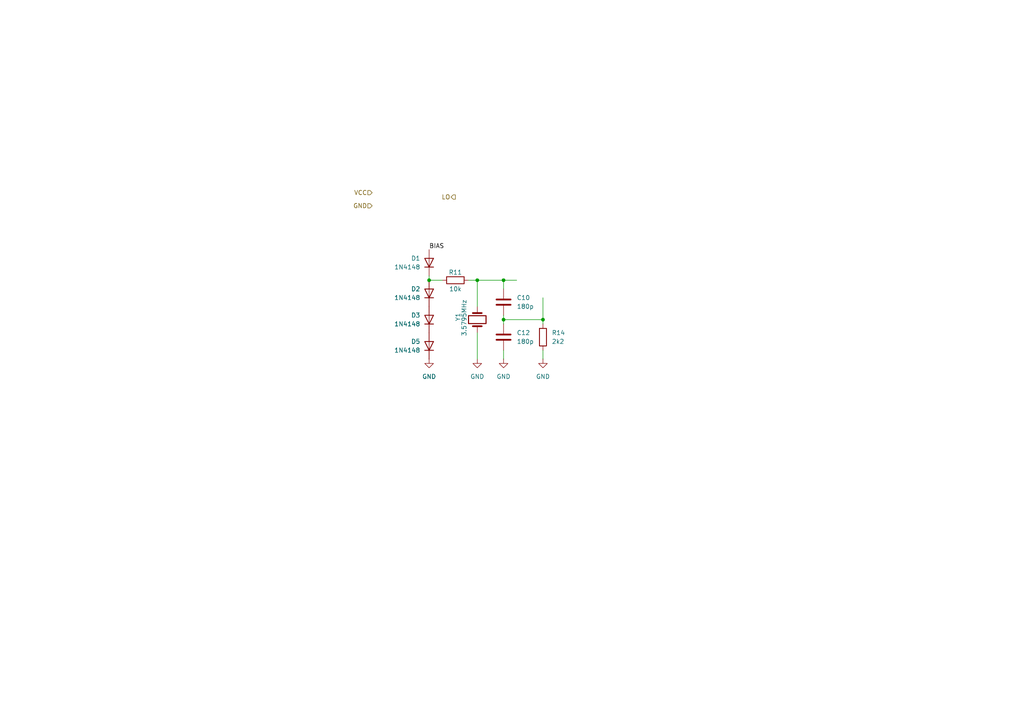
<source format=kicad_sch>
(kicad_sch (version 20250114) (generator "eeschema") (generator_version "9.0")
  (paper "A4")
  (lib_symbols
    (symbol "Device:C" (pin_numbers (hide yes)) (pin_names (offset 0.254))
      (property "Reference" "C" (at 0.635 2.54 0))
      (property "Value" "C" (at 0.635 -2.54 0))
      (symbol "C_0_1"
        (polyline (pts (xy -2.032 0.762) (xy 2.032 0.762)) (stroke (width 0.508)))
        (polyline (pts (xy -2.032 -0.762) (xy 2.032 -0.762)) (stroke (width 0.508)))
      )
      (symbol "C_1_1"
        (pin passive line (at 0 3.81 270) (length 2.794) (name "~") (number "1"))
        (pin passive line (at 0 -3.81 90) (length 2.794) (name "~") (number "2"))
      )
    )
    (symbol "Device:Crystal" (pin_numbers (hide yes)) (pin_names (offset 1.016) (hide yes))
      (property "Reference" "Y" (at 0 3.81 0))
      (property "Value" "Crystal" (at 0 -3.81 0))
      (symbol "Crystal_0_1"
        (polyline (pts (xy -2.54 0) (xy -1.905 0)))
        (polyline (pts (xy -1.905 -1.27) (xy -1.905 1.27)) (stroke (width 0.508)))
        (rectangle (start -1.143 2.54) (end 1.143 -2.54) (stroke (width 0.3048)))
        (polyline (pts (xy 1.905 -1.27) (xy 1.905 1.27)) (stroke (width 0.508)))
        (polyline (pts (xy 2.54 0) (xy 1.905 0)))
      )
      (symbol "Crystal_1_1"
        (pin passive line (at -3.81 0 0) (length 1.27) (name "1") (number "1"))
        (pin passive line (at 3.81 0 180) (length 1.27) (name "2") (number "2"))
      )
    )
    (symbol "Device:D" (pin_numbers (hide yes)) (pin_names (offset 1.016) (hide yes))
      (property "Reference" "D" (at 0 2.54 0))
      (property "Value" "D" (at 0 -2.54 0))
      (symbol "D_0_1"
        (polyline (pts (xy -1.27 1.27) (xy -1.27 -1.27)) (stroke (width 0.254)))
        (polyline (pts (xy 1.27 1.27) (xy 1.27 -1.27) (xy -1.27 0) (xy 1.27 1.27)) (stroke (width 0.254)))
        (polyline (pts (xy 1.27 0) (xy -1.27 0)))
      )
      (symbol "D_1_1"
        (pin passive line (at -3.81 0 0) (length 2.54) (name "K") (number "1"))
        (pin passive line (at 3.81 0 180) (length 2.54) (name "A") (number "2"))
      )
    )
    (symbol "Device:R" (pin_numbers (hide yes)) (pin_names (offset 0))
      (property "Reference" "R" (at 2.032 0 90))
      (property "Value" "R" (at 0 0 90))
      (symbol "R_0_1"
        (rectangle (start -1.016 -2.54) (end 1.016 2.54) (stroke (width 0.254)))
      )
      (symbol "R_1_1"
        (pin passive line (at 0 3.81 270) (length 1.27) (name "~") (number "1"))
        (pin passive line (at 0 -3.81 90) (length 1.27) (name "~") (number "2"))
      )
    )
    (symbol "power:GND" (power) (pin_numbers (hide yes)) (pin_names (offset 0) (hide yes))
      (property "Value" "GND" (at 0 -3.81 0))
      (symbol "GND_0_1"
        (polyline (pts (xy 0 0) (xy 0 -1.27) (xy 1.27 -1.27) (xy 0 -2.54) (xy -1.27 -1.27) (xy 0 -1.27)))
      )
      (symbol "GND_1_1"
        (pin power_in line (at 0 0 270) (length 0) (name "~") (number "1"))
      )
    )
  )
  (junction (at 138.43 81.28))
  (junction (at 157.48 92.71))
  (junction (at 146.05 92.71))
  (junction (at 146.05 81.28))
  (junction (at 124.46 81.28))
  (wire (pts (xy 138.43 96.52) (xy 138.43 104.14)))
  (wire (pts (xy 135.89 81.28) (xy 138.43 81.28)))
  (wire (pts (xy 146.05 93.98) (xy 146.05 92.71)))
  (wire (pts (xy 146.05 92.71) (xy 146.05 91.44)))
  (wire (pts (xy 138.43 81.28) (xy 146.05 81.28)))
  (wire (pts (xy 146.05 104.14) (xy 146.05 101.6)))
  (wire (pts (xy 157.48 92.71) (xy 146.05 92.71)))
  (wire (pts (xy 138.43 88.9) (xy 138.43 81.28)))
  (wire (pts (xy 124.46 80.01) (xy 124.46 81.28)))
  (wire (pts (xy 157.48 86.36) (xy 157.48 92.71)))
  (wire (pts (xy 124.46 81.28) (xy 128.27 81.28)))
  (wire (pts (xy 157.48 93.98) (xy 157.48 92.71)))
  (wire (pts (xy 157.48 104.14) (xy 157.48 101.6)))
  (wire (pts (xy 146.05 81.28) (xy 146.05 83.82)))
  (wire (pts (xy 146.05 81.28) (xy 149.86 81.28)))
  (label "BIAS" (at 124.46 72.39 0))
  (hierarchical_label "VCC" (shape input) (at 107.95 55.88 180))
  (hierarchical_label "LO" (shape output) (at 132.08 57.15 180))
  (hierarchical_label "GND" (shape input) (at 107.95 59.69 180))
  (symbol (lib_id "Device:Crystal") (at 138.43 92.71 90) (unit 1)
    (property "Reference" "Y1" (at 132.842 93.218 0) (effects (justify left)))
    (property "Value" "3.5795MHz" (at 134.62 97.536 0) (effects (justify left)))
    (property "Footprint" "Crystal:Crystal_HC49-4H_Vertical" (effects (hide yes)))
    (property "Description" "Two pin crystal" (effects (hide yes)))
  )
  (symbol (lib_id "power:GND") (at 157.48 104.14 0) (unit 1)
    (property "Reference" "#PWR022" (effects (hide yes)))
    (property "Value" "GND" (at 157.48 109.22 0))
    (property "Description" "Power symbol creates a global label with name \"GND\" , ground" (effects (hide yes)))
  )
  (symbol (lib_id "Device:D") (at 124.46 76.2 270) (mirror x) (unit 1)
    (property "Reference" "D1" (at 121.92 74.9299 90) (effects (justify right)))
    (property "Value" "1N4148" (at 121.92 77.4699 90) (effects (justify right)))
    (property "Footprint" "Diode_SMD:D_0805_2012Metric_Pad1.15x1.40mm_HandSolder" (effects (hide yes)))
    (property "Description" "Diode" (effects (hide yes)))
    (property "Sim.Device" "D" (effects (hide yes)))
    (property "Sim.Pins" "1=K 2=A" (effects (hide yes)))
  )
  (symbol (lib_id "power:GND") (at 124.46 104.14 0) (unit 1)
    (property "Reference" "#PWR019" (effects (hide yes)))
    (property "Value" "GND" (at 124.46 109.22 0))
    (property "Description" "Power symbol creates a global label with name \"GND\" , ground" (effects (hide yes)))
  )
  (symbol (lib_id "Device:D") (at 124.46 92.71 270) (mirror x) (unit 1)
    (property "Reference" "D3" (at 121.92 91.4399 90) (effects (justify right)))
    (property "Value" "1N4148" (at 121.92 93.9799 90) (effects (justify right)))
    (property "Footprint" "Diode_SMD:D_0805_2012Metric_Pad1.15x1.40mm_HandSolder" (effects (hide yes)))
    (property "Description" "Diode" (effects (hide yes)))
    (property "Sim.Device" "D" (effects (hide yes)))
    (property "Sim.Pins" "1=K 2=A" (effects (hide yes)))
  )
  (symbol (lib_id "Device:D") (at 124.46 85.09 270) (mirror x) (unit 1)
    (property "Reference" "D2" (at 121.92 83.8199 90) (effects (justify right)))
    (property "Value" "1N4148" (at 121.92 86.3599 90) (effects (justify right)))
    (property "Footprint" "Diode_SMD:D_0805_2012Metric_Pad1.15x1.40mm_HandSolder" (effects (hide yes)))
    (property "Description" "Diode" (effects (hide yes)))
    (property "Sim.Device" "D" (effects (hide yes)))
    (property "Sim.Pins" "1=K 2=A" (effects (hide yes)))
  )
  (symbol (lib_id "Device:D") (at 124.46 100.33 270) (mirror x) (unit 1)
    (property "Reference" "D5" (at 121.92 99.0599 90) (effects (justify right)))
    (property "Value" "1N4148" (at 121.92 101.5999 90) (effects (justify right)))
    (property "Footprint" "Diode_SMD:D_0805_2012Metric_Pad1.15x1.40mm_HandSolder" (effects (hide yes)))
    (property "Description" "Diode" (effects (hide yes)))
    (property "Sim.Device" "D" (effects (hide yes)))
    (property "Sim.Pins" "1=K 2=A" (effects (hide yes)))
  )
  (symbol (lib_id "power:GND") (at 138.43 104.14 0) (unit 1)
    (property "Reference" "#PWR020" (effects (hide yes)))
    (property "Value" "GND" (at 138.43 109.22 0))
    (property "Description" "Power symbol creates a global label with name \"GND\" , ground" (effects (hide yes)))
  )
  (symbol (lib_id "Device:R") (at 157.48 97.79 0) (unit 1)
    (property "Reference" "R14" (at 160.02 96.5199 0) (effects (justify left)))
    (property "Value" "2k2" (at 160.02 99.0599 0) (effects (justify left)))
    (property "Footprint" "Resistor_SMD:R_0805_2012Metric_Pad1.20x1.40mm_HandSolder" (effects (hide yes)))
    (property "Description" "Resistor" (effects (hide yes)))
  )
  (symbol (lib_id "power:GND") (at 146.05 104.14 0) (unit 1)
    (property "Reference" "#PWR021" (effects (hide yes)))
    (property "Value" "GND" (at 146.05 109.22 0))
    (property "Description" "Power symbol creates a global label with name \"GND\" , ground" (effects (hide yes)))
  )
  (symbol (lib_id "Device:C") (at 146.05 97.79 0) (unit 1)
    (property "Reference" "C12" (at 149.86 96.5199 0) (effects (justify left)))
    (property "Value" "180p" (at 149.86 99.0599 0) (effects (justify left)))
    (property "Footprint" "Capacitor_SMD:C_0805_2012Metric_Pad1.18x1.45mm_HandSolder" (effects (hide yes)))
    (property "Description" "Unpolarized capacitor" (effects (hide yes)))
  )
  (symbol (lib_id "Device:R") (at 132.08 81.28 270) (unit 1)
    (property "Reference" "R11" (at 132.08 78.994 90))
    (property "Value" "10k" (at 132.08 83.82 90))
    (property "Footprint" "Resistor_SMD:R_0805_2012Metric_Pad1.20x1.40mm_HandSolder" (effects (hide yes)))
    (property "Description" "Resistor" (effects (hide yes)))
  )
  (symbol (lib_id "Device:C") (at 146.05 87.63 0) (unit 1)
    (property "Reference" "C10" (at 149.86 86.3599 0) (effects (justify left)))
    (property "Value" "180p" (at 149.86 88.8999 0) (effects (justify left)))
    (property "Footprint" "Capacitor_SMD:C_0805_2012Metric_Pad1.18x1.45mm_HandSolder" (effects (hide yes)))
    (property "Description" "Unpolarized capacitor" (effects (hide yes)))
  )
)
</source>
